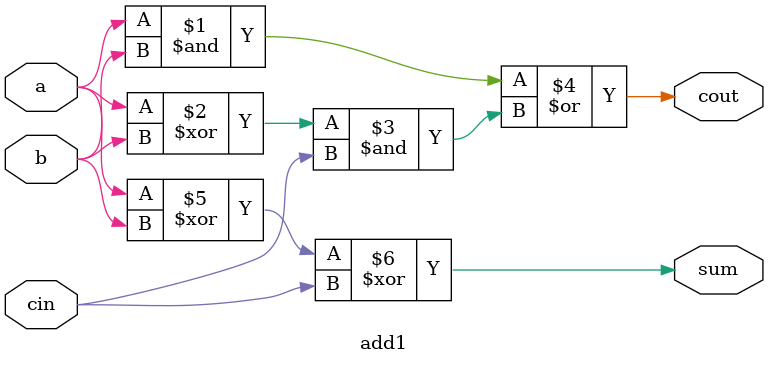
<source format=v>
module top_module (
    input [31:0] a,
    input [31:0] b,
    output [31:0] sum
);//

    wire cout;
    add16 add1(
        .a(a[15:0]),
        .b(b[15:0]),
        .cin(1'b0),
        .sum(sum[15:0]),
        .cout(cout)
    );
    add16 add2(
        .a(a[31:16]),
        .b(b[31:16]),
        .cin(cout),
        .sum(sum[31:16]),
        .cout()
    );
endmodule

module add1 ( input a, input b, input cin,   output sum, output cout );
    assign cout = (a&b) | ((a^b) & cin);
    assign sum = a^b^cin;
// Full adder module here

endmodule

</source>
